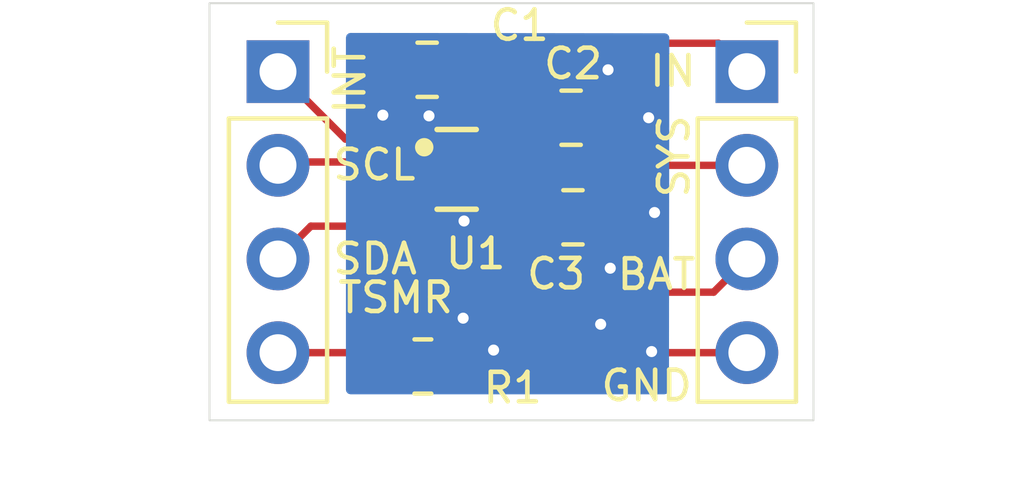
<source format=kicad_pcb>
(kicad_pcb (version 20240108) (generator "pcbnew") (generator_version "8.0")
  (layers (0 "F.Cu" signal) (31 "B.Cu" signal) (34 "B.Paste" user) (35 "F.Paste" user) (36 "B.SilkS" user "B.Silkscreen") (37 "F.SilkS" user "F.Silkscreen") (38 "B.Mask" user) (39 "F.Mask" user) (44 "Edge.Cuts" user))
  (net 0 "")
  (net 1 "VBUS_CHRG")
  (net 2 "GND_CHRG")
  (net 3 "SYS_CHRG")
  (net 4 "BAT_CHRG")
  (net 5 "TS_MR_CHRG")
  (net 6 "SCL_CHRG")
  (net 7 "INT_CHRG")
  (net 8 "SDA_CHRG")
  (footprint "Capacitor_SMD:C_0805_2012Metric" (layer "F.Cu") (at 34.595 22.275 180)
    (property "Reference" "C2" (at -0.055 1.465 0) (layer "F.SilkS") (effects (font (size 0.8 0.8) (thickness 0.125))))
    (property "Value" "10uF")
    (fp_line (start -0.261252 0.735) (end 0.261252 0.735) (stroke (width 0.12)) (layer "F.SilkS"))
    (fp_line (start -0.261252 -0.735) (end 0.261252 -0.735) (stroke (width 0.12)) (layer "F.SilkS"))
    (pad "1" smd roundrect (at -0.95 0 180) (size 1 1.45) (layers "F.Cu" "F.Paste" "F.Mask") (net 2 "GND_CHRG"))
    (pad "2" smd roundrect (at 0.95 0 180) (size 1 1.45) (layers "F.Cu" "F.Paste" "F.Mask") (net 3 "SYS_CHRG"))
  )
  (footprint "BQ25180:BQ25180" (layer "F.Cu") (at 31.495 23.675)
    (property "Reference" "U1" (at 0.515 2.285 0) (layer "F.SilkS") (effects (font (size 0.8 0.8) (thickness 0.125))))
    (property "Value" "BQ25180")
    (fp_line (start -0.529999 -1.08125) (end 0.529999 -1.08125) (stroke (width 0.15)) (layer "F.SilkS"))
    (fp_line (start -0.529999 1.08125) (end 0.529999 1.08125) (stroke (width 0.15)) (layer "F.SilkS"))
    (fp_circle (center -0.879 -0.599999) (end -0.753999 -0.599999) (stroke (width 0.25)) (fill none) (layer "F.SilkS"))
    (pad "1" smd circle (at -0.2 -0.599999) (size 0.212499 0.212499) (layers "F.Cu" "F.Paste" "F.Mask") (net 7 "INT_CHRG"))
    (pad "2" smd circle (at 0.2 -0.599999) (size 0.212499 0.212499) (layers "F.Cu" "F.Paste" "F.Mask") (net 1 "VBUS_CHRG"))
    (pad "3" smd circle (at -0.2 -0.2) (size 0.212499 0.212499) (layers "F.Cu" "F.Paste" "F.Mask") (net 6 "SCL_CHRG"))
    (pad "4" smd circle (at 0.2 -0.2) (size 0.212499 0.212499) (layers "F.Cu" "F.Paste" "F.Mask") (net 3 "SYS_CHRG"))
    (pad "5" smd circle (at -0.2 0.2) (size 0.212499 0.212499) (layers "F.Cu" "F.Paste" "F.Mask") (net 8 "SDA_CHRG"))
    (pad "6" smd circle (at 0.2 0.2) (size 0.212499 0.212499) (layers "F.Cu" "F.Paste" "F.Mask") (net 4 "BAT_CHRG"))
    (pad "7" smd circle (at -0.2 0.599999) (size 0.212499 0.212499) (layers "F.Cu" "F.Paste" "F.Mask") (net 5 "TS_MR_CHRG"))
    (pad "8" smd circle (at 0.2 0.599999) (size 0.212499 0.212499) (layers "F.Cu" "F.Paste" "F.Mask") (net 2 "GND_CHRG"))
  )
  (footprint "Resistor_SMD:R_0805_2012Metric" (layer "F.Cu") (at 30.58 29.02)
    (property "Reference" "R1" (at 2.43 0.58 0) (layer "F.SilkS") (effects (font (size 0.8 0.8) (thickness 0.125))))
    (property "Value" "10k")
    (fp_line (start -0.227064 -0.735) (end 0.227064 -0.735) (stroke (width 0.12)) (layer "F.SilkS"))
    (fp_line (start -0.227064 0.735) (end 0.227064 0.735) (stroke (width 0.12)) (layer "F.SilkS"))
    (pad "1" smd roundrect (at -0.9125 0) (size 1.025 1.4) (layers "F.Cu" "F.Paste" "F.Mask") (roundrect_rratio 0.243902) (net 5 "TS_MR_CHRG"))
    (pad "2" smd roundrect (at 0.9125 0) (size 1.025 1.4) (layers "F.Cu" "F.Paste" "F.Mask") (roundrect_rratio 0.243902) (net 2 "GND_CHRG"))
  )
  (footprint "Connector_PinSocket_2.54mm:PinSocket_1x04_P2.54mm_Vertical" (layer "F.Cu") (at 26.655 21.025)
    (property "Reference" "J1" (hide yes))
    (property "Value" "Conn_01x04_Socket")
    (fp_line (start -1.33 1.27) (end -1.33 8.95) (stroke (width 0.12)) (layer "F.SilkS"))
    (fp_line (start -1.33 1.27) (end 1.33 1.27) (stroke (width 0.12)) (layer "F.SilkS"))
    (fp_line (start -1.33 8.95) (end 1.33 8.95) (stroke (width 0.12)) (layer "F.SilkS"))
    (fp_line (start 0 -1.33) (end 1.33 -1.33) (stroke (width 0.12)) (layer "F.SilkS"))
    (fp_line (start 1.33 -1.33) (end 1.33 0) (stroke (width 0.12)) (layer "F.SilkS"))
    (fp_line (start 1.33 1.27) (end 1.33 8.95) (stroke (width 0.12)) (layer "F.SilkS"))
    (pad "1" thru_hole rect (at 0 0) (size 1.7 1.7) (drill 1) (layers "*.Cu" "*.Mask") (net 7 "INT_CHRG"))
    (pad "2" thru_hole oval (at 0 2.54) (size 1.7 1.7) (drill 1) (layers "*.Cu" "*.Mask") (net 6 "SCL_CHRG"))
    (pad "3" thru_hole oval (at 0 5.08) (size 1.7 1.7) (drill 1) (layers "*.Cu" "*.Mask") (net 8 "SDA_CHRG"))
    (pad "4" thru_hole oval (at 0 7.62) (size 1.7 1.7) (drill 1) (layers "*.Cu" "*.Mask") (net 5 "TS_MR_CHRG"))
  )
  (footprint "Capacitor_SMD:C_0805_2012Metric" (layer "F.Cu") (at 30.695 20.975)
    (property "Reference" "C1" (at 2.505 -1.205 0) (layer "F.SilkS") (effects (font (size 0.8 0.8) (thickness 0.125))))
    (property "Value" "1uF 25v")
    (fp_line (start -0.261252 -0.735) (end 0.261252 -0.735) (stroke (width 0.12)) (layer "F.SilkS"))
    (fp_line (start -0.261252 0.735) (end 0.261252 0.735) (stroke (width 0.12)) (layer "F.SilkS"))
    (pad "1" smd roundrect (at -0.95 0) (size 1 1.45) (layers "F.Cu" "F.Paste" "F.Mask") (net 2 "GND_CHRG"))
    (pad "2" smd roundrect (at 0.95 0) (size 1 1.45) (layers "F.Cu" "F.Paste" "F.Mask") (net 1 "VBUS_CHRG"))
  )
  (footprint "Capacitor_SMD:C_0805_2012Metric" (layer "F.Cu") (at 34.645 24.975 180)
    (property "Reference" "C3" (at 0.455 -1.535 0) (layer "F.SilkS") (effects (font (size 0.8 0.8) (thickness 0.125))))
    (property "Value" "1uF 25v")
    (fp_line (start -0.261252 0.735) (end 0.261252 0.735) (stroke (width 0.12)) (layer "F.SilkS"))
    (fp_line (start -0.261252 -0.735) (end 0.261252 -0.735) (stroke (width 0.12)) (layer "F.SilkS"))
    (pad "1" smd roundrect (at -0.95 0 180) (size 1 1.45) (layers "F.Cu" "F.Paste" "F.Mask") (net 2 "GND_CHRG"))
    (pad "2" smd roundrect (at 0.95 0 180) (size 1 1.45) (layers "F.Cu" "F.Paste" "F.Mask") (net 4 "BAT_CHRG"))
  )
  (footprint "Connector_PinSocket_2.54mm:PinSocket_1x04_P2.54mm_Vertical" (layer "F.Cu") (at 39.355 21.025)
    (property "Reference" "J3" (hide yes))
    (property "Value" "Conn_01x04_Socket")
    (fp_line (start -1.33 1.27) (end -1.33 8.95) (stroke (width 0.12)) (layer "F.SilkS"))
    (fp_line (start -1.33 1.27) (end 1.33 1.27) (stroke (width 0.12)) (layer "F.SilkS"))
    (fp_line (start -1.33 8.95) (end 1.33 8.95) (stroke (width 0.12)) (layer "F.SilkS"))
    (fp_line (start 0 -1.33) (end 1.33 -1.33) (stroke (width 0.12)) (layer "F.SilkS"))
    (fp_line (start 1.33 -1.33) (end 1.33 0) (stroke (width 0.12)) (layer "F.SilkS"))
    (fp_line (start 1.33 1.27) (end 1.33 8.95) (stroke (width 0.12)) (layer "F.SilkS"))
    (pad "1" thru_hole rect (at 0 0) (size 1.7 1.7) (drill 1) (layers "*.Cu" "*.Mask") (net 1 "VBUS_CHRG"))
    (pad "2" thru_hole oval (at 0 2.54) (size 1.7 1.7) (drill 1) (layers "*.Cu" "*.Mask") (net 3 "SYS_CHRG"))
    (pad "3" thru_hole oval (at 0 5.08) (size 1.7 1.7) (drill 1) (layers "*.Cu" "*.Mask") (net 4 "BAT_CHRG"))
    (pad "4" thru_hole oval (at 0 7.62) (size 1.7 1.7) (drill 1) (layers "*.Cu" "*.Mask") (net 2 "GND_CHRG"))
  )
  (gr_rect (start 24.8 19.17) (end 41.16 30.48) (stroke (width 0.05)) (fill none) (layer "Edge.Cuts"))
  (gr_text "IN" (at 36.66 21.48 0) (layer "F.SilkS") (effects (font (size 0.8 0.8) (thickness 0.125)) (justify left bottom)))
  (gr_text "INT" (at 29.07 22.24 90) (layer "F.SilkS") (effects (font (size 0.8 0.8) (thickness 0.125)) (justify left bottom)))
  (gr_text "BAT" (at 35.78 26.99 0) (layer "F.SilkS") (effects (font (size 0.8 0.8) (thickness 0.125)) (justify left bottom)))
  (gr_text "TSMR" (at 28.22 27.62 0) (layer "F.SilkS") (effects (font (size 0.8 0.8) (thickness 0.125)) (justify left bottom)))
  (gr_text "SCL" (at 28.08 24.02 0) (layer "F.SilkS") (effects (font (size 0.8 0.8) (thickness 0.125)) (justify left bottom)))
  (gr_text "SYS" (at 37.85 24.51 90) (layer "F.SilkS") (effects (font (size 0.8 0.8) (thickness 0.125)) (justify left bottom)))
  (gr_text "SDA" (at 28.08 26.57 0) (layer "F.SilkS") (effects (font (size 0.8 0.8) (thickness 0.125)) (justify left bottom)))
  (gr_text "GND" (at 35.34 30.01 0) (layer "F.SilkS") (effects (font (size 0.8 0.8) (thickness 0.125)) (justify left bottom)))
  (segment (start 39.355 21.025) (end 38.585 20.255) (width 0.2) (layer "F.Cu") (net 1))
  (segment (start 31.695 23.075001) (end 31.695 21.025) (width 0.2) (layer "F.Cu") (net 1))
  (segment (start 31.695 21.025) (end 31.645 20.975) (width 0.2) (layer "F.Cu") (net 1))
  (segment (start 32.365 20.255) (end 31.645 20.975) (width 0.2) (layer "F.Cu") (net 1))
  (segment (start 38.585 20.255) (end 32.365 20.255) (width 0.2) (layer "F.Cu") (net 1))
  (segment (start 31.67 27.71) (end 31.495 27.885) (width 0.2) (layer "F.Cu") (net 2))
  (segment (start 36.695 22.275) (end 36.595 22.275) (width 0.2) (layer "F.Cu") (net 2))
  (segment (start 39.355 28.645) (end 36.805 28.645) (width 0.2) (layer "F.Cu") (net 2))
  (segment (start 36.745 28.645) (end 36.165 28.645) (width 0.2) (layer "F.Cu") (net 2))
  (segment (start 35.545 22.275) (end 35.545 21.025) (width 0.2) (layer "F.Cu") (net 2))
  (segment (start 36.725 24.975) (end 36.855 24.845) (width 0.2) (layer "F.Cu") (net 2))
  (segment (start 35.545 21.025) (end 35.595 20.975) (width 0.2) (layer "F.Cu") (net 2))
  (segment (start 36.695 22.275) (end 35.545 22.275) (width 0.2) (layer "F.Cu") (net 2))
  (segment (start 31.695 24.274999) (end 31.695 25.075) (width 0.2) (layer "F.Cu") (net 2))
  (segment (start 36.805 28.645) (end 36.775 28.615) (width 0.2) (layer "F.Cu") (net 2))
  (segment (start 29.745 21.225) (end 29.745 20.975) (width 0.2) (layer "F.Cu") (net 2))
  (segment (start 36.775 28.615) (end 36.745 28.645) (width 0.2) (layer "F.Cu") (net 2))
  (segment (start 36.165 28.645) (end 35.395 27.875) (width 0.2) (layer "F.Cu") (net 2))
  (segment (start 29.495 22.205) (end 29.495 21.225) (width 0.2) (layer "F.Cu") (net 2))
  (segment (start 31.495 28.575) (end 32.495 28.575) (width 0.2) (layer "F.Cu") (net 2))
  (segment (start 29.495 21.225) (end 29.745 20.975) (width 0.2) (layer "F.Cu") (net 2))
  (segment (start 31.495 27.885) (end 31.495 28.575) (width 0.2) (layer "F.Cu") (net 2))
  (segment (start 35.595 24.975) (end 36.725 24.975) (width 0.2) (layer "F.Cu") (net 2))
  (segment (start 35.655 26.355) (end 35.655 25.035) (width 0.2) (layer "F.Cu") (net 2))
  (segment (start 35.545 24.925) (end 35.595 24.975) (width 0.2) (layer "F.Cu") (net 2))
  (segment (start 35.655 25.035) (end 35.595 24.975) (width 0.2) (layer "F.Cu") (net 2))
  (segment (start 30.745 22.225) (end 29.745 21.225) (width 0.2) (layer "F.Cu") (net 2))
  (via (at 30.745 22.225) (size 0.6) (drill 0.3) (layers "F.Cu" "B.Cu") (net 2))
  (via (at 32.495 28.575) (size 0.6) (drill 0.3) (layers "F.Cu" "B.Cu") (net 2))
  (via (at 36.695 22.275) (size 0.6) (drill 0.3) (layers "F.Cu" "B.Cu") (net 2))
  (via (at 35.595 20.975) (size 0.6) (drill 0.3) (layers "F.Cu" "B.Cu") (net 2))
  (via (at 31.695 25.075) (size 0.6) (drill 0.3) (layers "F.Cu" "B.Cu") (net 2))
  (via (at 35.655 26.355) (size 0.6) (drill 0.3) (layers "F.Cu" "B.Cu") (net 2))
  (via (at 35.395 27.875) (size 0.6) (drill 0.3) (layers "F.Cu" "B.Cu") (net 2))
  (via (at 36.775 28.615) (size 0.6) (drill 0.3) (layers "F.Cu" "B.Cu") (net 2))
  (via (at 36.855 24.845) (size 0.6) (drill 0.3) (layers "F.Cu" "B.Cu") (net 2))
  (via (at 29.495 22.205) (size 0.6) (drill 0.3) (layers "F.Cu" "B.Cu") (net 2))
  (via (at 31.67 27.71) (size 0.6) (drill 0.3) (layers "F.Cu" "B.Cu") (net 2))
  (segment (start 32.445 23.475) (end 33.645 22.275) (width 0.2) (layer "F.Cu") (net 3))
  (segment (start 34.935 23.565) (end 33.645 22.275) (width 0.2) (layer "F.Cu") (net 3))
  (segment (start 31.695 23.475) (end 32.445 23.475) (width 0.2) (layer "F.Cu") (net 3))
  (segment (start 39.355 23.565) (end 34.935 23.565) (width 0.2) (layer "F.Cu") (net 3))
  (segment (start 31.695 23.875) (end 32.595 23.875) (width 0.2) (layer "F.Cu") (net 4))
  (segment (start 38.455 27.005) (end 34.735 27.005) (width 0.2) (layer "F.Cu") (net 4))
  (segment (start 34.735 27.005) (end 33.695 25.965) (width 0.2) (layer "F.Cu") (net 4))
  (segment (start 33.695 25.965) (end 33.695 24.975) (width 0.2) (layer "F.Cu") (net 4))
  (segment (start 32.595 23.875) (end 33.695 24.975) (width 0.2) (layer "F.Cu") (net 4))
  (segment (start 39.355 26.105) (end 38.455 27.005) (width 0.2) (layer "F.Cu") (net 4))
  (segment (start 29.67 25.899999) (end 29.67 28.575) (width 0.2) (layer "F.Cu") (net 5))
  (segment (start 31.295 24.274999) (end 29.67 25.899999) (width 0.2) (layer "F.Cu") (net 5))
  (segment (start 29.6 28.645) (end 29.67 28.575) (width 0.2) (layer "F.Cu") (net 5))
  (segment (start 26.655 28.645) (end 29.6 28.645) (width 0.2) (layer "F.Cu") (net 5))
  (segment (start 31.295 23.475) (end 29.889979 23.475) (width 0.2) (layer "F.Cu") (net 6))
  (segment (start 26.745 23.475) (end 26.655 23.565) (width 0.2) (layer "F.Cu") (net 6))
  (segment (start 28.719979 23.475) (end 28.589979 23.475) (width 0.2) (layer "F.Cu") (net 6))
  (segment (start 28.589979 23.475) (end 28.585588 23.475) (width 0.2) (layer "F.Cu") (net 6))
  (segment (start 28.585588 23.475) (end 26.745 23.475) (width 0.2) (layer "F.Cu") (net 6))
  (segment (start 29.629979 23.735) (end 29.629979 23.895) (width 0.2) (layer "F.Cu") (net 6))
  (segment (start 29.369979 24.155) (end 29.239979 24.155) (width 0.2) (layer "F.Cu") (net 6))
  (segment (start 28.979979 23.895) (end 28.979979 23.735) (width 0.2) (layer "F.Cu") (net 6))
  (arc (start 28.979979 23.735) (mid 28.903827 23.551152) (end 28.719979 23.475) (width 0.2) (layer "F.Cu") (net 6))
  (arc (start 29.889979 23.475) (mid 29.706131 23.551152) (end 29.629979 23.735) (width 0.2) (layer "F.Cu") (net 6))
  (arc (start 29.239979 24.155) (mid 29.056131 24.078848) (end 28.979979 23.895) (width 0.2) (layer "F.Cu") (net 6))
  (arc (start 29.629979 23.895) (mid 29.553827 24.078848) (end 29.369979 24.155) (width 0.2) (layer "F.Cu") (net 6))
  (segment (start 31.295 23.075001) (end 31.074999 22.855) (width 0.2) (layer "F.Cu") (net 7))
  (segment (start 28.485 22.855) (end 26.655 21.025) (width 0.2) (layer "F.Cu") (net 7))
  (segment (start 31.074999 22.855) (end 28.485 22.855) (width 0.2) (layer "F.Cu") (net 7))
  (segment (start 30.745 23.875) (end 29.405 25.215) (width 0.2) (layer "F.Cu") (net 8))
  (segment (start 29.405 25.215) (end 27.545 25.215) (width 0.2) (layer "F.Cu") (net 8))
  (segment (start 31.295 23.875) (end 30.745 23.875) (width 0.2) (layer "F.Cu") (net 8))
  (segment (start 27.545 25.215) (end 26.655 26.105) (width 0.2) (layer "F.Cu") (net 8))
  (zone (net 2) (net_name "GND_CHRG") (layer "B.Cu") (connect_pads (clearance 0.5)) (min_thickness 0.25) (fill yes (thermal_gap 0.5) (thermal_bridge_width 0.5))
    (polygon (pts (xy 28.495 19.975) (xy 28.495 29.775) (xy 37.245 29.775) (xy 37.255 19.985)))
  )
)
</source>
